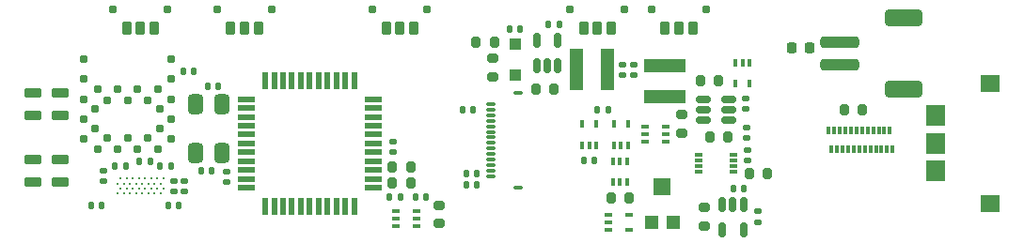
<source format=gbp>
%TF.GenerationSoftware,KiCad,Pcbnew,7.0.7*%
%TF.CreationDate,2023-09-30T14:16:22-04:00*%
%TF.ProjectId,bt-md-remote,62742d6d-642d-4726-956d-6f74652e6b69,rev?*%
%TF.SameCoordinates,Original*%
%TF.FileFunction,Paste,Bot*%
%TF.FilePolarity,Positive*%
%FSLAX46Y46*%
G04 Gerber Fmt 4.6, Leading zero omitted, Abs format (unit mm)*
G04 Created by KiCad (PCBNEW 7.0.7) date 2023-09-30 14:16:22*
%MOMM*%
%LPD*%
G01*
G04 APERTURE LIST*
G04 Aperture macros list*
%AMRoundRect*
0 Rectangle with rounded corners*
0 $1 Rounding radius*
0 $2 $3 $4 $5 $6 $7 $8 $9 X,Y pos of 4 corners*
0 Add a 4 corners polygon primitive as box body*
4,1,4,$2,$3,$4,$5,$6,$7,$8,$9,$2,$3,0*
0 Add four circle primitives for the rounded corners*
1,1,$1+$1,$2,$3*
1,1,$1+$1,$4,$5*
1,1,$1+$1,$6,$7*
1,1,$1+$1,$8,$9*
0 Add four rect primitives between the rounded corners*
20,1,$1+$1,$2,$3,$4,$5,0*
20,1,$1+$1,$4,$5,$6,$7,0*
20,1,$1+$1,$6,$7,$8,$9,0*
20,1,$1+$1,$8,$9,$2,$3,0*%
G04 Aperture macros list end*
%ADD10RoundRect,0.140000X-0.170000X0.140000X-0.170000X-0.140000X0.170000X-0.140000X0.170000X0.140000X0*%
%ADD11RoundRect,0.175000X0.175000X0.175000X-0.175000X0.175000X-0.175000X-0.175000X0.175000X-0.175000X0*%
%ADD12RoundRect,0.250000X-1.500000X-0.250000X1.500000X-0.250000X1.500000X0.250000X-1.500000X0.250000X0*%
%ADD13RoundRect,0.375000X-1.325000X-0.375000X1.325000X-0.375000X1.325000X0.375000X-1.325000X0.375000X0*%
%ADD14RoundRect,0.140000X0.140000X0.170000X-0.140000X0.170000X-0.140000X-0.170000X0.140000X-0.170000X0*%
%ADD15RoundRect,0.218750X0.218750X0.256250X-0.218750X0.256250X-0.218750X-0.256250X0.218750X-0.256250X0*%
%ADD16RoundRect,0.140000X0.170000X-0.140000X0.170000X0.140000X-0.170000X0.140000X-0.170000X-0.140000X0*%
%ADD17R,0.400000X0.650000*%
%ADD18RoundRect,0.140000X-0.140000X-0.170000X0.140000X-0.170000X0.140000X0.170000X-0.140000X0.170000X0*%
%ADD19RoundRect,0.200000X-0.200000X-0.425000X0.200000X-0.425000X0.200000X0.425000X-0.200000X0.425000X0*%
%ADD20RoundRect,0.175000X-0.175000X-0.175000X0.175000X-0.175000X0.175000X0.175000X-0.175000X0.175000X0*%
%ADD21RoundRect,0.200000X-0.275000X0.200000X-0.275000X-0.200000X0.275000X-0.200000X0.275000X0.200000X0*%
%ADD22R,0.650000X0.400000*%
%ADD23R,3.700000X1.200000*%
%ADD24R,0.300000X0.700000*%
%ADD25RoundRect,0.200000X-0.200000X-0.275000X0.200000X-0.275000X0.200000X0.275000X-0.200000X0.275000X0*%
%ADD26RoundRect,0.150000X0.150000X-0.512500X0.150000X0.512500X-0.150000X0.512500X-0.150000X-0.512500X0*%
%ADD27RoundRect,0.350000X0.350000X-0.550000X0.350000X0.550000X-0.350000X0.550000X-0.350000X-0.550000X0*%
%ADD28RoundRect,0.200000X0.200000X0.275000X-0.200000X0.275000X-0.200000X-0.275000X0.200000X-0.275000X0*%
%ADD29RoundRect,0.200000X-0.600000X-0.200000X0.600000X-0.200000X0.600000X0.200000X-0.600000X0.200000X0*%
%ADD30RoundRect,0.150000X-0.512500X-0.150000X0.512500X-0.150000X0.512500X0.150000X-0.512500X0.150000X0*%
%ADD31R,1.800000X1.900000*%
%ADD32R,1.700000X1.600000*%
%ADD33C,0.190000*%
%ADD34R,1.500000X0.550000*%
%ADD35R,0.550000X1.500000*%
%ADD36RoundRect,0.250000X-0.300000X0.300000X-0.300000X-0.300000X0.300000X-0.300000X0.300000X0.300000X0*%
%ADD37R,0.800000X0.300000*%
%ADD38R,1.200000X1.200000*%
%ADD39R,1.600000X1.500000*%
%ADD40RoundRect,0.150000X-0.150000X0.512500X-0.150000X-0.512500X0.150000X-0.512500X0.150000X0.512500X0*%
%ADD41RoundRect,0.147500X-0.147500X-0.172500X0.147500X-0.172500X0.147500X0.172500X-0.147500X0.172500X0*%
%ADD42R,1.200000X3.700000*%
%ADD43RoundRect,0.075000X0.325000X0.075000X-0.325000X0.075000X-0.325000X-0.075000X0.325000X-0.075000X0*%
%ADD44RoundRect,0.100000X0.300000X0.100000X-0.300000X0.100000X-0.300000X-0.100000X0.300000X-0.100000X0*%
G04 APERTURE END LIST*
D10*
%TO.C,C9*%
X174498000Y-128044000D03*
X174498000Y-129004000D03*
%TD*%
D11*
%TO.C,U13*%
X120407375Y-122412000D03*
X119507375Y-121412000D03*
X118607375Y-122412000D03*
X117707375Y-121412000D03*
X116807375Y-122412000D03*
X115907375Y-121412000D03*
X115007375Y-122412000D03*
X113757375Y-121512000D03*
X114757375Y-120612000D03*
X113757375Y-119712000D03*
X114757375Y-118812000D03*
X113757375Y-117912000D03*
X115007375Y-117012000D03*
X115907375Y-118012000D03*
X116807375Y-117012000D03*
X117707375Y-118012000D03*
X118607375Y-117012000D03*
X119507375Y-118012000D03*
X120407375Y-117012000D03*
X121657375Y-117912000D03*
X120657375Y-118812000D03*
X121657375Y-119712000D03*
X120657375Y-120612000D03*
X121657375Y-121512000D03*
X121657375Y-116112000D03*
X113757375Y-116112000D03*
X121657375Y-114312000D03*
X113757375Y-114312000D03*
%TD*%
D10*
%TO.C,C6*%
X121875895Y-125315088D03*
X121875895Y-126275088D03*
%TD*%
D12*
%TO.C,CN2*%
X181864000Y-112808000D03*
X181864000Y-114808000D03*
D13*
X187614000Y-117008000D03*
X187614000Y-110608000D03*
%TD*%
D14*
%TO.C,C26*%
X115387000Y-127508000D03*
X114427000Y-127508000D03*
%TD*%
%TO.C,C24*%
X117546000Y-123952000D03*
X116586000Y-123952000D03*
%TD*%
%TO.C,C13*%
X125857000Y-116779135D03*
X124897000Y-116779135D03*
%TD*%
D15*
%TO.C,F1*%
X179095500Y-113284000D03*
X177520500Y-113284000D03*
%TD*%
D16*
%TO.C,C1*%
X173323252Y-118792832D03*
X173323252Y-117832832D03*
%TD*%
D17*
%TO.C,U10*%
X161402000Y-123510000D03*
X162052000Y-123510000D03*
X162702000Y-123510000D03*
X162702000Y-125410000D03*
X162052000Y-125410000D03*
X161402000Y-125410000D03*
%TD*%
D18*
%TO.C,C15*%
X122710000Y-115443000D03*
X123670000Y-115443000D03*
%TD*%
D16*
%TO.C,C20*%
X122853030Y-126273209D03*
X122853030Y-125313209D03*
%TD*%
D19*
%TO.C,SW4*%
X127000000Y-111521047D03*
X128250000Y-111521047D03*
X129500000Y-111521047D03*
D20*
X125800000Y-109796047D03*
X130700000Y-109796047D03*
%TD*%
D19*
%TO.C,SW5*%
X158770000Y-111521047D03*
X160020000Y-111521047D03*
X161270000Y-111521047D03*
D20*
X157570000Y-109796047D03*
X162470000Y-109796047D03*
%TD*%
D17*
%TO.C,U8*%
X159921797Y-122060714D03*
X159271797Y-122060714D03*
X158621797Y-122060714D03*
X158621797Y-120160714D03*
X159921797Y-120160714D03*
%TD*%
D19*
%TO.C,SW6*%
X166093699Y-111521047D03*
X167343699Y-111521047D03*
X168593699Y-111521047D03*
D20*
X164893699Y-109796047D03*
X169793699Y-109796047D03*
%TD*%
D14*
%TO.C,C12*%
X149167298Y-125652510D03*
X148207298Y-125652510D03*
%TD*%
%TO.C,C17*%
X142261496Y-126768718D03*
X141301496Y-126768718D03*
%TD*%
%TO.C,C11*%
X149167298Y-124665184D03*
X148207298Y-124665184D03*
%TD*%
D21*
%TO.C,R6*%
X150622000Y-114233847D03*
X150622000Y-115883847D03*
%TD*%
D17*
%TO.C,U7*%
X162788027Y-122060714D03*
X162138027Y-122060714D03*
X161488027Y-122060714D03*
X161488027Y-120160714D03*
X162788027Y-120160714D03*
%TD*%
D22*
%TO.C,U11*%
X143770013Y-128064618D03*
X143770013Y-128714618D03*
X143770013Y-129364618D03*
X141870013Y-129364618D03*
X141870013Y-128714618D03*
X141870013Y-128064618D03*
%TD*%
D23*
%TO.C,L1*%
X166116000Y-117732000D03*
X166116000Y-114932000D03*
%TD*%
D24*
%TO.C,CN1*%
X186348000Y-120710000D03*
X185848000Y-120710000D03*
X185348000Y-120710000D03*
X184848000Y-120710000D03*
X184348000Y-120710000D03*
X183848000Y-120710000D03*
X183348000Y-120710000D03*
X182848000Y-120710000D03*
X182348000Y-120710000D03*
X181848000Y-120710000D03*
X181348000Y-120710000D03*
X180848000Y-120710000D03*
X181098000Y-122410000D03*
X181598000Y-122410000D03*
X182098000Y-122410000D03*
X182598000Y-122410000D03*
X183098000Y-122410000D03*
X183598000Y-122410000D03*
X184098000Y-122410000D03*
X184598000Y-122410000D03*
X185098000Y-122410000D03*
X185598000Y-122410000D03*
X186098000Y-122410000D03*
X186598000Y-122410000D03*
%TD*%
D21*
%TO.C,R9*%
X167613245Y-119347443D03*
X167613245Y-120997443D03*
%TD*%
D25*
%TO.C,R12*%
X141552135Y-125515285D03*
X143202135Y-125515285D03*
%TD*%
D26*
%TO.C,U3*%
X156454739Y-114929500D03*
X155504739Y-114929500D03*
X154554739Y-114929500D03*
X154554739Y-112654500D03*
X156454739Y-112654500D03*
%TD*%
D27*
%TO.C,X1*%
X123838000Y-122764000D03*
X123838000Y-118364000D03*
X126238000Y-118364000D03*
X126238000Y-122764000D03*
%TD*%
D18*
%TO.C,C10*%
X172240000Y-125984000D03*
X173200000Y-125984000D03*
%TD*%
%TO.C,C28*%
X143621727Y-126776530D03*
X144581727Y-126776530D03*
%TD*%
D16*
%TO.C,C3*%
X163294940Y-115774305D03*
X163294940Y-114814305D03*
%TD*%
D18*
%TO.C,C22*%
X120651167Y-123958230D03*
X121611167Y-123958230D03*
%TD*%
D28*
%TO.C,R4*%
X170911118Y-116280296D03*
X169261118Y-116280296D03*
%TD*%
D22*
%TO.C,U6*%
X166176003Y-120445293D03*
X166176003Y-121095293D03*
X166176003Y-121745293D03*
X164276003Y-121745293D03*
X164276003Y-121095293D03*
X164276003Y-120445293D03*
%TD*%
D10*
%TO.C,C4*%
X141639627Y-121748146D03*
X141639627Y-122708146D03*
%TD*%
D29*
%TO.C,SW7*%
X109220000Y-125380000D03*
X109220000Y-123380000D03*
X109220000Y-119380000D03*
X109220000Y-117380000D03*
X111620000Y-125380000D03*
X111620000Y-123380000D03*
X111620000Y-119380000D03*
X111620000Y-117380000D03*
%TD*%
D30*
%TO.C,U1*%
X169550500Y-119822000D03*
X169550500Y-118872000D03*
X169550500Y-117922000D03*
X171825500Y-117922000D03*
X171825500Y-118872000D03*
X171825500Y-119822000D03*
%TD*%
D16*
%TO.C,C5*%
X126622189Y-125430147D03*
X126622189Y-124470147D03*
%TD*%
D18*
%TO.C,C14*%
X124338780Y-124386184D03*
X125298780Y-124386184D03*
%TD*%
D17*
%TO.C,U12*%
X172436000Y-114620000D03*
X173086000Y-114620000D03*
X173736000Y-114620000D03*
X173736000Y-116520000D03*
X172436000Y-116520000D03*
%TD*%
D16*
%TO.C,C25*%
X115570000Y-125349000D03*
X115570000Y-124389000D03*
%TD*%
D25*
%TO.C,R3*%
X170123336Y-121332479D03*
X171773336Y-121332479D03*
%TD*%
D31*
%TO.C,SW8*%
X190510000Y-124420000D03*
X190510000Y-119420000D03*
D32*
X195360000Y-127320000D03*
X195360000Y-116520000D03*
D31*
X190510000Y-121920000D03*
%TD*%
D22*
%TO.C,U9*%
X161004193Y-129691245D03*
X161004193Y-129041245D03*
X161004193Y-128391245D03*
X162904193Y-128391245D03*
X162904193Y-129691245D03*
%TD*%
D18*
%TO.C,C29*%
X158778000Y-123444000D03*
X159738000Y-123444000D03*
%TD*%
D28*
%TO.C,R5*%
X156134174Y-117024790D03*
X154484174Y-117024790D03*
%TD*%
D33*
%TO.C,U14*%
X120946000Y-125054000D03*
X120396000Y-125054000D03*
X119846000Y-125054000D03*
X119296000Y-125054000D03*
X118746000Y-125054000D03*
X118196000Y-125054000D03*
X117646000Y-125054000D03*
X117096000Y-125054000D03*
X120676000Y-125529000D03*
X120126000Y-125529000D03*
X119576000Y-125529000D03*
X119026000Y-125529000D03*
X118476000Y-125529000D03*
X117926000Y-125529000D03*
X117376000Y-125529000D03*
X116826000Y-125529000D03*
X120946000Y-125984000D03*
X120396000Y-125984000D03*
X119846000Y-125984000D03*
X119296000Y-125984000D03*
X118746000Y-125984000D03*
X118196000Y-125984000D03*
X117646000Y-125984000D03*
X117096000Y-125984000D03*
X120676000Y-126459000D03*
X120126000Y-126459000D03*
X119576000Y-126459000D03*
X119026000Y-126459000D03*
X118476000Y-126459000D03*
X117926000Y-126459000D03*
X117376000Y-126459000D03*
X116826000Y-126459000D03*
%TD*%
D28*
%TO.C,R13*%
X162887550Y-126856896D03*
X161237550Y-126856896D03*
%TD*%
D34*
%TO.C,U2*%
X139812000Y-117920000D03*
X139812000Y-118720000D03*
X139812000Y-119520000D03*
X139812000Y-120320000D03*
X139812000Y-121120000D03*
X139812000Y-121920000D03*
X139812000Y-122720000D03*
X139812000Y-123520000D03*
X139812000Y-124320000D03*
X139812000Y-125120000D03*
X139812000Y-125920000D03*
D35*
X138112000Y-127620000D03*
X137312000Y-127620000D03*
X136512000Y-127620000D03*
X135712000Y-127620000D03*
X134912000Y-127620000D03*
X134112000Y-127620000D03*
X133312000Y-127620000D03*
X132512000Y-127620000D03*
X131712000Y-127620000D03*
X130912000Y-127620000D03*
X130112000Y-127620000D03*
D34*
X128412000Y-125920000D03*
X128412000Y-125120000D03*
X128412000Y-124320000D03*
X128412000Y-123520000D03*
X128412000Y-122720000D03*
X128412000Y-121920000D03*
X128412000Y-121120000D03*
X128412000Y-120320000D03*
X128412000Y-119520000D03*
X128412000Y-118720000D03*
X128412000Y-117920000D03*
D35*
X130112000Y-116220000D03*
X130912000Y-116220000D03*
X131712000Y-116220000D03*
X132512000Y-116220000D03*
X133312000Y-116220000D03*
X134112000Y-116220000D03*
X134912000Y-116220000D03*
X135712000Y-116220000D03*
X136512000Y-116220000D03*
X137312000Y-116220000D03*
X138112000Y-116220000D03*
%TD*%
D28*
%TO.C,R1*%
X183896000Y-118872000D03*
X182246000Y-118872000D03*
%TD*%
D25*
%TO.C,R10*%
X149107925Y-112759221D03*
X150757925Y-112759221D03*
%TD*%
D36*
%TO.C,D1*%
X152623264Y-112939804D03*
X152623264Y-115739804D03*
%TD*%
D25*
%TO.C,R11*%
X141552135Y-124004720D03*
X143202135Y-124004720D03*
%TD*%
D37*
%TO.C,U5*%
X169164000Y-124444000D03*
X169164000Y-123944000D03*
X169164000Y-123444000D03*
X169164000Y-122944000D03*
X172264000Y-122944000D03*
X172264000Y-123444000D03*
X172264000Y-123944000D03*
X172264000Y-124444000D03*
%TD*%
D19*
%TO.C,SW2*%
X140990000Y-111521047D03*
X142240000Y-111521047D03*
X143490000Y-111521047D03*
D20*
X139790000Y-109796047D03*
X144690000Y-109796047D03*
%TD*%
D10*
%TO.C,C27*%
X173482000Y-120452000D03*
X173482000Y-121412000D03*
%TD*%
D14*
%TO.C,C19*%
X122301000Y-127508000D03*
X121341000Y-127508000D03*
%TD*%
D21*
%TO.C,R14*%
X145796000Y-127508000D03*
X145796000Y-129158000D03*
%TD*%
D14*
%TO.C,C8*%
X153035000Y-111637420D03*
X152075000Y-111637420D03*
%TD*%
D16*
%TO.C,C2*%
X162312575Y-115771387D03*
X162312575Y-114811387D03*
%TD*%
D38*
%TO.C,TR1*%
X166862000Y-129054000D03*
D39*
X165862000Y-125804000D03*
D38*
X164862000Y-129054000D03*
%TD*%
D28*
%TO.C,R8*%
X175353022Y-124663919D03*
X173703022Y-124663919D03*
%TD*%
D18*
%TO.C,C7*%
X155601613Y-111190866D03*
X156561613Y-111190866D03*
%TD*%
D21*
%TO.C,R7*%
X169672000Y-127699000D03*
X169672000Y-129349000D03*
%TD*%
D40*
%TO.C,U4*%
X171262000Y-127443013D03*
X172212000Y-127443013D03*
X173162000Y-127443013D03*
X173162000Y-129718013D03*
X171262000Y-129718013D03*
%TD*%
D41*
%TO.C,FB1*%
X147851000Y-118872000D03*
X148821000Y-118872000D03*
%TD*%
D42*
%TO.C,L2*%
X160914446Y-115228948D03*
X158114446Y-115228948D03*
%TD*%
D10*
%TO.C,C16*%
X173502077Y-122484000D03*
X173502077Y-123444000D03*
%TD*%
D14*
%TO.C,C18*%
X160980000Y-118872000D03*
X160020000Y-118872000D03*
%TD*%
D18*
%TO.C,C23*%
X118770373Y-123571000D03*
X119730373Y-123571000D03*
%TD*%
D43*
%TO.C,CN4*%
X150408000Y-118373838D03*
X150408000Y-118873838D03*
X150408000Y-119373838D03*
X150408000Y-119873838D03*
X150408000Y-120373838D03*
X150408000Y-120873838D03*
X150408000Y-121373838D03*
X150408000Y-121873838D03*
X150408000Y-122373838D03*
X150408000Y-122873838D03*
X150408000Y-123373838D03*
X150408000Y-123873838D03*
X150408000Y-124373838D03*
X150408000Y-124873838D03*
D44*
X152908000Y-117373838D03*
X152908000Y-125873838D03*
%TD*%
D19*
%TO.C,SW3*%
X117622000Y-111521047D03*
X118872000Y-111521047D03*
X120122000Y-111521047D03*
D20*
X116422000Y-109796047D03*
X121322000Y-109796047D03*
%TD*%
M02*

</source>
